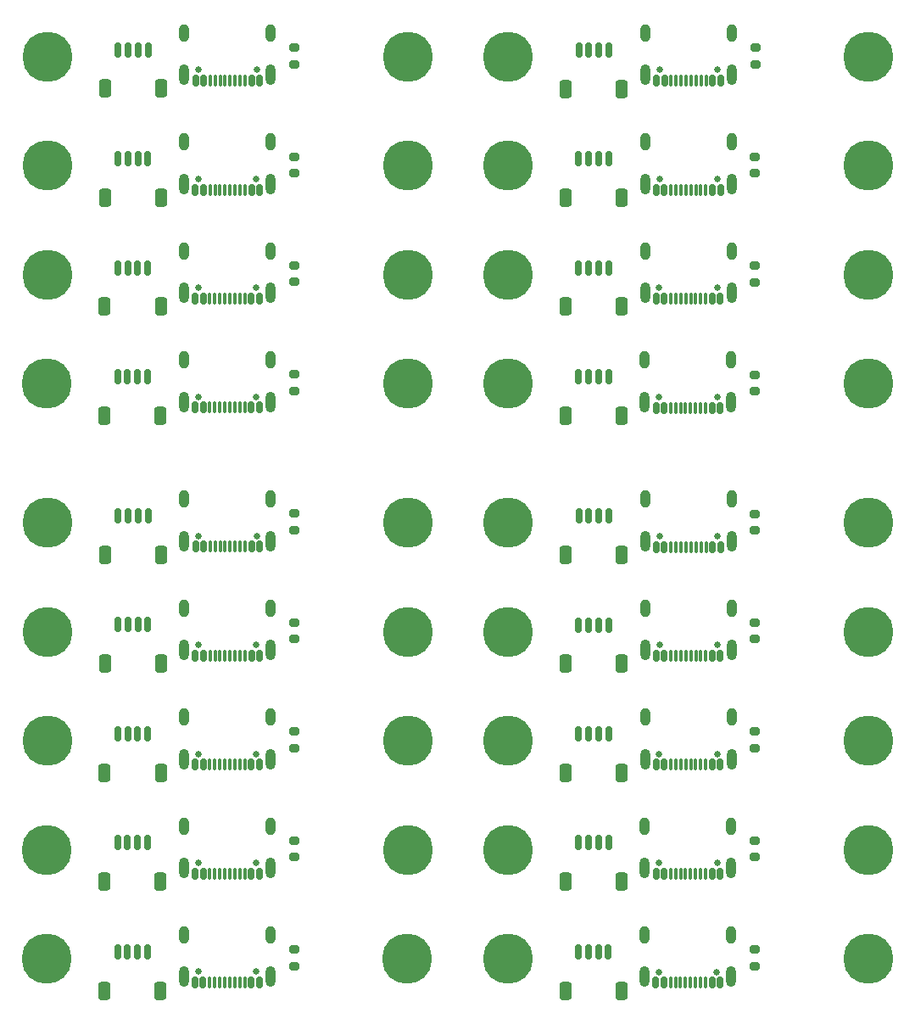
<source format=gbr>
%TF.GenerationSoftware,KiCad,Pcbnew,8.99.0-1678-gcd3e85b0b3*%
%TF.CreationDate,2024-07-13T23:24:54+07:00*%
%TF.ProjectId,dtb,6474622e-6b69-4636-9164-5f7063625858,rev?*%
%TF.SameCoordinates,Original*%
%TF.FileFunction,Soldermask,Top*%
%TF.FilePolarity,Negative*%
%FSLAX46Y46*%
G04 Gerber Fmt 4.6, Leading zero omitted, Abs format (unit mm)*
G04 Created by KiCad (PCBNEW 8.99.0-1678-gcd3e85b0b3) date 2024-07-13 23:24:54*
%MOMM*%
%LPD*%
G01*
G04 APERTURE LIST*
G04 Aperture macros list*
%AMRoundRect*
0 Rectangle with rounded corners*
0 $1 Rounding radius*
0 $2 $3 $4 $5 $6 $7 $8 $9 X,Y pos of 4 corners*
0 Add a 4 corners polygon primitive as box body*
4,1,4,$2,$3,$4,$5,$6,$7,$8,$9,$2,$3,0*
0 Add four circle primitives for the rounded corners*
1,1,$1+$1,$2,$3*
1,1,$1+$1,$4,$5*
1,1,$1+$1,$6,$7*
1,1,$1+$1,$8,$9*
0 Add four rect primitives between the rounded corners*
20,1,$1+$1,$2,$3,$4,$5,0*
20,1,$1+$1,$4,$5,$6,$7,0*
20,1,$1+$1,$6,$7,$8,$9,0*
20,1,$1+$1,$8,$9,$2,$3,0*%
G04 Aperture macros list end*
%ADD10RoundRect,0.150000X-0.150000X-0.625000X0.150000X-0.625000X0.150000X0.625000X-0.150000X0.625000X0*%
%ADD11RoundRect,0.250000X-0.350000X-0.650000X0.350000X-0.650000X0.350000X0.650000X-0.350000X0.650000X0*%
%ADD12RoundRect,0.200000X0.275000X-0.200000X0.275000X0.200000X-0.275000X0.200000X-0.275000X-0.200000X0*%
%ADD13C,0.650000*%
%ADD14RoundRect,0.150000X0.150000X0.425000X-0.150000X0.425000X-0.150000X-0.425000X0.150000X-0.425000X0*%
%ADD15RoundRect,0.075000X0.075000X0.500000X-0.075000X0.500000X-0.075000X-0.500000X0.075000X-0.500000X0*%
%ADD16O,1.000000X2.100000*%
%ADD17O,1.000000X1.800000*%
%ADD18C,5.000000*%
G04 APERTURE END LIST*
D10*
%TO.C,J2*%
X237225453Y-129159266D03*
X238225453Y-129159266D03*
X239225453Y-129159266D03*
D11*
X235925453Y-133034266D03*
D10*
X240225453Y-129159266D03*
D11*
X241525453Y-133034266D03*
%TD*%
D12*
%TO.C,R1*%
X254835453Y-130594266D03*
X254835453Y-128944266D03*
%TD*%
D13*
%TO.C,J1*%
X251053655Y-142044206D03*
X245273655Y-142044206D03*
D14*
X251363655Y-143119206D03*
X250563655Y-143119206D03*
D15*
X249413655Y-143119206D03*
X248413655Y-143119206D03*
X247913655Y-143119206D03*
X246913655Y-143119206D03*
D14*
X245763655Y-143119206D03*
X244963655Y-143119206D03*
X244963655Y-143119206D03*
X245763655Y-143119206D03*
D15*
X246413655Y-143119206D03*
X247413655Y-143119206D03*
X248913655Y-143119206D03*
X249913655Y-143119206D03*
D14*
X250563655Y-143119206D03*
X251363655Y-143119206D03*
D16*
X252483655Y-142544206D03*
D17*
X252483655Y-138364206D03*
D16*
X243843655Y-142544206D03*
D17*
X243843655Y-138364206D03*
%TD*%
D10*
%TO.C,J2*%
X237213655Y-140034206D03*
X238213655Y-140034206D03*
X239213655Y-140034206D03*
D11*
X235913655Y-143909206D03*
D10*
X240213655Y-140034206D03*
D11*
X241513655Y-143909206D03*
%TD*%
D18*
%TO.C,*%
X266163107Y-140733713D03*
%TD*%
%TO.C,*%
X266174905Y-129858773D03*
%TD*%
%TO.C,H1*%
X230163107Y-140733713D03*
%TD*%
%TO.C,H1*%
X230174905Y-129858773D03*
%TD*%
D12*
%TO.C,R1*%
X254823655Y-141469206D03*
X254823655Y-139819206D03*
%TD*%
D13*
%TO.C,J1*%
X251065453Y-131169266D03*
X245285453Y-131169266D03*
D14*
X251375453Y-132244266D03*
X250575453Y-132244266D03*
D15*
X249425453Y-132244266D03*
X248425453Y-132244266D03*
X247925453Y-132244266D03*
X246925453Y-132244266D03*
D14*
X245775453Y-132244266D03*
X244975453Y-132244266D03*
X244975453Y-132244266D03*
X245775453Y-132244266D03*
D15*
X246425453Y-132244266D03*
X247425453Y-132244266D03*
X248925453Y-132244266D03*
X249925453Y-132244266D03*
D14*
X250575453Y-132244266D03*
X251375453Y-132244266D03*
D16*
X252495453Y-131669266D03*
D17*
X252495453Y-127489266D03*
D16*
X243855453Y-131669266D03*
D17*
X243855453Y-127489266D03*
%TD*%
D18*
%TO.C,*%
X266164606Y-94224820D03*
%TD*%
%TO.C,H1*%
X230164606Y-94224820D03*
%TD*%
D12*
%TO.C,R1*%
X254825154Y-94960313D03*
X254825154Y-93310313D03*
%TD*%
D13*
%TO.C,J1*%
X251055154Y-95535313D03*
X245275154Y-95535313D03*
D14*
X251365154Y-96610313D03*
X250565154Y-96610313D03*
D15*
X249415154Y-96610313D03*
X248415154Y-96610313D03*
X247915154Y-96610313D03*
X246915154Y-96610313D03*
D14*
X245765154Y-96610313D03*
X244965154Y-96610313D03*
X244965154Y-96610313D03*
X245765154Y-96610313D03*
D15*
X246415154Y-96610313D03*
X247415154Y-96610313D03*
X248915154Y-96610313D03*
X249915154Y-96610313D03*
D14*
X250565154Y-96610313D03*
X251365154Y-96610313D03*
D16*
X252485154Y-96035313D03*
D17*
X252485154Y-91855313D03*
D16*
X243845154Y-96035313D03*
D17*
X243845154Y-91855313D03*
%TD*%
D10*
%TO.C,J2*%
X237215154Y-93525313D03*
X238215154Y-93525313D03*
X239215154Y-93525313D03*
D11*
X235915154Y-97400313D03*
D10*
X240215154Y-93525313D03*
D11*
X241515154Y-97400313D03*
%TD*%
D18*
%TO.C,*%
X266176404Y-83349880D03*
%TD*%
D13*
%TO.C,J1*%
X251066952Y-84660373D03*
X245286952Y-84660373D03*
D14*
X251376952Y-85735373D03*
X250576952Y-85735373D03*
D15*
X249426952Y-85735373D03*
X248426952Y-85735373D03*
X247926952Y-85735373D03*
X246926952Y-85735373D03*
D14*
X245776952Y-85735373D03*
X244976952Y-85735373D03*
X244976952Y-85735373D03*
X245776952Y-85735373D03*
D15*
X246426952Y-85735373D03*
X247426952Y-85735373D03*
X248926952Y-85735373D03*
X249926952Y-85735373D03*
D14*
X250576952Y-85735373D03*
X251376952Y-85735373D03*
D16*
X252496952Y-85160373D03*
D17*
X252496952Y-80980373D03*
D16*
X243856952Y-85160373D03*
D17*
X243856952Y-80980373D03*
%TD*%
D18*
%TO.C,H1*%
X230176404Y-83349880D03*
%TD*%
D10*
%TO.C,J2*%
X237226952Y-82650373D03*
X238226952Y-82650373D03*
X239226952Y-82650373D03*
D11*
X235926952Y-86525373D03*
D10*
X240226952Y-82650373D03*
D11*
X241526952Y-86525373D03*
%TD*%
D12*
%TO.C,R1*%
X254836952Y-84085373D03*
X254836952Y-82435373D03*
%TD*%
%TO.C,R1*%
X254848750Y-73210433D03*
X254848750Y-71560433D03*
%TD*%
D18*
%TO.C,*%
X266188202Y-72474940D03*
%TD*%
D13*
%TO.C,J1*%
X251078750Y-73785433D03*
X245298750Y-73785433D03*
D14*
X251388750Y-74860433D03*
X250588750Y-74860433D03*
D15*
X249438750Y-74860433D03*
X248438750Y-74860433D03*
X247938750Y-74860433D03*
X246938750Y-74860433D03*
D14*
X245788750Y-74860433D03*
X244988750Y-74860433D03*
X244988750Y-74860433D03*
X245788750Y-74860433D03*
D15*
X246438750Y-74860433D03*
X247438750Y-74860433D03*
X248938750Y-74860433D03*
X249938750Y-74860433D03*
D14*
X250588750Y-74860433D03*
X251388750Y-74860433D03*
D16*
X252508750Y-74285433D03*
D17*
X252508750Y-70105433D03*
D16*
X243868750Y-74285433D03*
D17*
X243868750Y-70105433D03*
%TD*%
D18*
%TO.C,H1*%
X230188202Y-72474940D03*
%TD*%
D10*
%TO.C,J2*%
X237238750Y-71775433D03*
X238238750Y-71775433D03*
X239238750Y-71775433D03*
D11*
X235938750Y-75650433D03*
D10*
X240238750Y-71775433D03*
D11*
X241538750Y-75650433D03*
%TD*%
D18*
%TO.C,*%
X266200000Y-61600000D03*
%TD*%
D12*
%TO.C,R1*%
X254860548Y-62335493D03*
X254860548Y-60685493D03*
%TD*%
D13*
%TO.C,J1*%
X251090548Y-62910493D03*
X245310548Y-62910493D03*
D14*
X251400548Y-63985493D03*
X250600548Y-63985493D03*
D15*
X249450548Y-63985493D03*
X248450548Y-63985493D03*
X247950548Y-63985493D03*
X246950548Y-63985493D03*
D14*
X245800548Y-63985493D03*
X245000548Y-63985493D03*
X245000548Y-63985493D03*
X245800548Y-63985493D03*
D15*
X246450548Y-63985493D03*
X247450548Y-63985493D03*
X248950548Y-63985493D03*
X249950548Y-63985493D03*
D14*
X250600548Y-63985493D03*
X251400548Y-63985493D03*
D16*
X252520548Y-63410493D03*
D17*
X252520548Y-59230493D03*
D16*
X243880548Y-63410493D03*
D17*
X243880548Y-59230493D03*
%TD*%
D10*
%TO.C,J2*%
X237250548Y-60900493D03*
X238250548Y-60900493D03*
X239250548Y-60900493D03*
D11*
X235950548Y-64775493D03*
D10*
X240250548Y-60900493D03*
D11*
X241550548Y-64775493D03*
%TD*%
D18*
%TO.C,H1*%
X230200000Y-61600000D03*
%TD*%
D10*
%TO.C,J2*%
X237237251Y-118284326D03*
X238237251Y-118284326D03*
X239237251Y-118284326D03*
D11*
X235937251Y-122159326D03*
D10*
X240237251Y-118284326D03*
D11*
X241537251Y-122159326D03*
%TD*%
D12*
%TO.C,R1*%
X254847251Y-119719326D03*
X254847251Y-118069326D03*
%TD*%
D13*
%TO.C,J1*%
X251077251Y-120294326D03*
X245297251Y-120294326D03*
D14*
X251387251Y-121369326D03*
X250587251Y-121369326D03*
D15*
X249437251Y-121369326D03*
X248437251Y-121369326D03*
X247937251Y-121369326D03*
X246937251Y-121369326D03*
D14*
X245787251Y-121369326D03*
X244987251Y-121369326D03*
X244987251Y-121369326D03*
X245787251Y-121369326D03*
D15*
X246437251Y-121369326D03*
X247437251Y-121369326D03*
X248937251Y-121369326D03*
X249937251Y-121369326D03*
D14*
X250587251Y-121369326D03*
X251387251Y-121369326D03*
D16*
X252507251Y-120794326D03*
D17*
X252507251Y-116614326D03*
D16*
X243867251Y-120794326D03*
D17*
X243867251Y-116614326D03*
%TD*%
D18*
%TO.C,*%
X266186703Y-118983833D03*
%TD*%
%TO.C,H1*%
X230186703Y-118983833D03*
%TD*%
%TO.C,*%
X266198501Y-108108893D03*
%TD*%
D13*
%TO.C,J1*%
X251089049Y-109419386D03*
X245309049Y-109419386D03*
D14*
X251399049Y-110494386D03*
X250599049Y-110494386D03*
D15*
X249449049Y-110494386D03*
X248449049Y-110494386D03*
X247949049Y-110494386D03*
X246949049Y-110494386D03*
D14*
X245799049Y-110494386D03*
X244999049Y-110494386D03*
X244999049Y-110494386D03*
X245799049Y-110494386D03*
D15*
X246449049Y-110494386D03*
X247449049Y-110494386D03*
X248949049Y-110494386D03*
X249949049Y-110494386D03*
D14*
X250599049Y-110494386D03*
X251399049Y-110494386D03*
D16*
X252519049Y-109919386D03*
D17*
X252519049Y-105739386D03*
D16*
X243879049Y-109919386D03*
D17*
X243879049Y-105739386D03*
%TD*%
D12*
%TO.C,R1*%
X254859049Y-108844386D03*
X254859049Y-107194386D03*
%TD*%
D18*
%TO.C,H1*%
X230198501Y-108108893D03*
%TD*%
D10*
%TO.C,J2*%
X237249049Y-107409386D03*
X238249049Y-107409386D03*
X239249049Y-107409386D03*
D11*
X235949049Y-111284386D03*
D10*
X240249049Y-107409386D03*
D11*
X241549049Y-111284386D03*
%TD*%
D10*
%TO.C,J2*%
X237201857Y-150909146D03*
X238201857Y-150909146D03*
X239201857Y-150909146D03*
D11*
X235901857Y-154784146D03*
D10*
X240201857Y-150909146D03*
D11*
X241501857Y-154784146D03*
%TD*%
D13*
%TO.C,J1*%
X251041857Y-152919146D03*
X245261857Y-152919146D03*
D14*
X251351857Y-153994146D03*
X250551857Y-153994146D03*
D15*
X249401857Y-153994146D03*
X248401857Y-153994146D03*
X247901857Y-153994146D03*
X246901857Y-153994146D03*
D14*
X245751857Y-153994146D03*
X244951857Y-153994146D03*
X244951857Y-153994146D03*
X245751857Y-153994146D03*
D15*
X246401857Y-153994146D03*
X247401857Y-153994146D03*
X248901857Y-153994146D03*
X249901857Y-153994146D03*
D14*
X250551857Y-153994146D03*
X251351857Y-153994146D03*
D16*
X252471857Y-153419146D03*
D17*
X252471857Y-149239146D03*
D16*
X243831857Y-153419146D03*
D17*
X243831857Y-149239146D03*
%TD*%
D12*
%TO.C,R1*%
X254811857Y-152344146D03*
X254811857Y-150694146D03*
%TD*%
D18*
%TO.C,H1*%
X230151309Y-151608653D03*
%TD*%
%TO.C,*%
X266151309Y-151608653D03*
%TD*%
%TO.C,*%
X220141010Y-151600157D03*
%TD*%
D12*
%TO.C,R1*%
X208801558Y-152335650D03*
X208801558Y-150685650D03*
%TD*%
D18*
%TO.C,H1*%
X184141010Y-151600157D03*
%TD*%
D10*
%TO.C,J2*%
X191191558Y-150900650D03*
X192191558Y-150900650D03*
X193191558Y-150900650D03*
D11*
X189891558Y-154775650D03*
D10*
X194191558Y-150900650D03*
D11*
X195491558Y-154775650D03*
%TD*%
D13*
%TO.C,J1*%
X205031558Y-152910650D03*
X199251558Y-152910650D03*
D14*
X205341558Y-153985650D03*
X204541558Y-153985650D03*
D15*
X203391558Y-153985650D03*
X202391558Y-153985650D03*
X201891558Y-153985650D03*
X200891558Y-153985650D03*
D14*
X199741558Y-153985650D03*
X198941558Y-153985650D03*
X198941558Y-153985650D03*
X199741558Y-153985650D03*
D15*
X200391558Y-153985650D03*
X201391558Y-153985650D03*
X202891558Y-153985650D03*
X203891558Y-153985650D03*
D14*
X204541558Y-153985650D03*
X205341558Y-153985650D03*
D16*
X206461558Y-153410650D03*
D17*
X206461558Y-149230650D03*
D16*
X197821558Y-153410650D03*
D17*
X197821558Y-149230650D03*
%TD*%
D18*
%TO.C,*%
X220152808Y-140725217D03*
%TD*%
D12*
%TO.C,R1*%
X208813356Y-141460710D03*
X208813356Y-139810710D03*
%TD*%
D18*
%TO.C,H1*%
X184152808Y-140725217D03*
%TD*%
D10*
%TO.C,J2*%
X191203356Y-140025710D03*
X192203356Y-140025710D03*
X193203356Y-140025710D03*
D11*
X189903356Y-143900710D03*
D10*
X194203356Y-140025710D03*
D11*
X195503356Y-143900710D03*
%TD*%
D13*
%TO.C,J1*%
X205043356Y-142035710D03*
X199263356Y-142035710D03*
D14*
X205353356Y-143110710D03*
X204553356Y-143110710D03*
D15*
X203403356Y-143110710D03*
X202403356Y-143110710D03*
X201903356Y-143110710D03*
X200903356Y-143110710D03*
D14*
X199753356Y-143110710D03*
X198953356Y-143110710D03*
X198953356Y-143110710D03*
X199753356Y-143110710D03*
D15*
X200403356Y-143110710D03*
X201403356Y-143110710D03*
X202903356Y-143110710D03*
X203903356Y-143110710D03*
D14*
X204553356Y-143110710D03*
X205353356Y-143110710D03*
D16*
X206473356Y-142535710D03*
D17*
X206473356Y-138355710D03*
D16*
X197833356Y-142535710D03*
D17*
X197833356Y-138355710D03*
%TD*%
D18*
%TO.C,*%
X220164606Y-129850277D03*
%TD*%
D12*
%TO.C,R1*%
X208825154Y-130585770D03*
X208825154Y-128935770D03*
%TD*%
D18*
%TO.C,H1*%
X184164606Y-129850277D03*
%TD*%
D10*
%TO.C,J2*%
X191215154Y-129150770D03*
X192215154Y-129150770D03*
X193215154Y-129150770D03*
D11*
X189915154Y-133025770D03*
D10*
X194215154Y-129150770D03*
D11*
X195515154Y-133025770D03*
%TD*%
D13*
%TO.C,J1*%
X205055154Y-131160770D03*
X199275154Y-131160770D03*
D14*
X205365154Y-132235770D03*
X204565154Y-132235770D03*
D15*
X203415154Y-132235770D03*
X202415154Y-132235770D03*
X201915154Y-132235770D03*
X200915154Y-132235770D03*
D14*
X199765154Y-132235770D03*
X198965154Y-132235770D03*
X198965154Y-132235770D03*
X199765154Y-132235770D03*
D15*
X200415154Y-132235770D03*
X201415154Y-132235770D03*
X202915154Y-132235770D03*
X203915154Y-132235770D03*
D14*
X204565154Y-132235770D03*
X205365154Y-132235770D03*
D16*
X206485154Y-131660770D03*
D17*
X206485154Y-127480770D03*
D16*
X197845154Y-131660770D03*
D17*
X197845154Y-127480770D03*
%TD*%
D18*
%TO.C,*%
X220176404Y-118975337D03*
%TD*%
D12*
%TO.C,R1*%
X208836952Y-119710830D03*
X208836952Y-118060830D03*
%TD*%
D18*
%TO.C,H1*%
X184176404Y-118975337D03*
%TD*%
D10*
%TO.C,J2*%
X191226952Y-118275830D03*
X192226952Y-118275830D03*
X193226952Y-118275830D03*
D11*
X189926952Y-122150830D03*
D10*
X194226952Y-118275830D03*
D11*
X195526952Y-122150830D03*
%TD*%
D13*
%TO.C,J1*%
X205066952Y-120285830D03*
X199286952Y-120285830D03*
D14*
X205376952Y-121360830D03*
X204576952Y-121360830D03*
D15*
X203426952Y-121360830D03*
X202426952Y-121360830D03*
X201926952Y-121360830D03*
X200926952Y-121360830D03*
D14*
X199776952Y-121360830D03*
X198976952Y-121360830D03*
X198976952Y-121360830D03*
X199776952Y-121360830D03*
D15*
X200426952Y-121360830D03*
X201426952Y-121360830D03*
X202926952Y-121360830D03*
X203926952Y-121360830D03*
D14*
X204576952Y-121360830D03*
X205376952Y-121360830D03*
D16*
X206496952Y-120785830D03*
D17*
X206496952Y-116605830D03*
D16*
X197856952Y-120785830D03*
D17*
X197856952Y-116605830D03*
%TD*%
D10*
%TO.C,J2*%
X191238750Y-107400890D03*
X192238750Y-107400890D03*
X193238750Y-107400890D03*
D11*
X189938750Y-111275890D03*
D10*
X194238750Y-107400890D03*
D11*
X195538750Y-111275890D03*
%TD*%
D18*
%TO.C,H1*%
X184188202Y-108100397D03*
%TD*%
D12*
%TO.C,R1*%
X208848750Y-108835890D03*
X208848750Y-107185890D03*
%TD*%
D13*
%TO.C,J1*%
X205078750Y-109410890D03*
X199298750Y-109410890D03*
D14*
X205388750Y-110485890D03*
X204588750Y-110485890D03*
D15*
X203438750Y-110485890D03*
X202438750Y-110485890D03*
X201938750Y-110485890D03*
X200938750Y-110485890D03*
D14*
X199788750Y-110485890D03*
X198988750Y-110485890D03*
X198988750Y-110485890D03*
X199788750Y-110485890D03*
D15*
X200438750Y-110485890D03*
X201438750Y-110485890D03*
X202938750Y-110485890D03*
X203938750Y-110485890D03*
D14*
X204588750Y-110485890D03*
X205388750Y-110485890D03*
D16*
X206508750Y-109910890D03*
D17*
X206508750Y-105730890D03*
D16*
X197868750Y-109910890D03*
D17*
X197868750Y-105730890D03*
%TD*%
D18*
%TO.C,*%
X220188202Y-108100397D03*
%TD*%
D12*
%TO.C,R1*%
X208814855Y-94951817D03*
X208814855Y-93301817D03*
%TD*%
D18*
%TO.C,*%
X220154307Y-94216324D03*
%TD*%
D13*
%TO.C,J1*%
X205044855Y-95526817D03*
X199264855Y-95526817D03*
D14*
X205354855Y-96601817D03*
X204554855Y-96601817D03*
D15*
X203404855Y-96601817D03*
X202404855Y-96601817D03*
X201904855Y-96601817D03*
X200904855Y-96601817D03*
D14*
X199754855Y-96601817D03*
X198954855Y-96601817D03*
X198954855Y-96601817D03*
X199754855Y-96601817D03*
D15*
X200404855Y-96601817D03*
X201404855Y-96601817D03*
X202904855Y-96601817D03*
X203904855Y-96601817D03*
D14*
X204554855Y-96601817D03*
X205354855Y-96601817D03*
D16*
X206474855Y-96026817D03*
D17*
X206474855Y-91846817D03*
D16*
X197834855Y-96026817D03*
D17*
X197834855Y-91846817D03*
%TD*%
D18*
%TO.C,H1*%
X184154307Y-94216324D03*
%TD*%
D10*
%TO.C,J2*%
X191204855Y-93516817D03*
X192204855Y-93516817D03*
X193204855Y-93516817D03*
D11*
X189904855Y-97391817D03*
D10*
X194204855Y-93516817D03*
D11*
X195504855Y-97391817D03*
%TD*%
D12*
%TO.C,R1*%
X208826653Y-84076877D03*
X208826653Y-82426877D03*
%TD*%
D18*
%TO.C,*%
X220166105Y-83341384D03*
%TD*%
D13*
%TO.C,J1*%
X205056653Y-84651877D03*
X199276653Y-84651877D03*
D14*
X205366653Y-85726877D03*
X204566653Y-85726877D03*
D15*
X203416653Y-85726877D03*
X202416653Y-85726877D03*
X201916653Y-85726877D03*
X200916653Y-85726877D03*
D14*
X199766653Y-85726877D03*
X198966653Y-85726877D03*
X198966653Y-85726877D03*
X199766653Y-85726877D03*
D15*
X200416653Y-85726877D03*
X201416653Y-85726877D03*
X202916653Y-85726877D03*
X203916653Y-85726877D03*
D14*
X204566653Y-85726877D03*
X205366653Y-85726877D03*
D16*
X206486653Y-85151877D03*
D17*
X206486653Y-80971877D03*
D16*
X197846653Y-85151877D03*
D17*
X197846653Y-80971877D03*
%TD*%
D18*
%TO.C,H1*%
X184166105Y-83341384D03*
%TD*%
D10*
%TO.C,J2*%
X191216653Y-82641877D03*
X192216653Y-82641877D03*
X193216653Y-82641877D03*
D11*
X189916653Y-86516877D03*
D10*
X194216653Y-82641877D03*
D11*
X195516653Y-86516877D03*
%TD*%
D18*
%TO.C,H1*%
X184189701Y-61591504D03*
%TD*%
D11*
%TO.C,J2*%
X195540249Y-64766997D03*
X189940249Y-64766997D03*
D10*
X194240249Y-60891997D03*
X193240249Y-60891997D03*
X192240249Y-60891997D03*
X191240249Y-60891997D03*
%TD*%
D13*
%TO.C,J1*%
X205080249Y-62901997D03*
X199300249Y-62901997D03*
D14*
X205390249Y-63976997D03*
X204590249Y-63976997D03*
D15*
X203440249Y-63976997D03*
X202440249Y-63976997D03*
X201940249Y-63976997D03*
X200940249Y-63976997D03*
D14*
X199790249Y-63976997D03*
X198990249Y-63976997D03*
X198990249Y-63976997D03*
X199790249Y-63976997D03*
D15*
X200440249Y-63976997D03*
X201440249Y-63976997D03*
X202940249Y-63976997D03*
X203940249Y-63976997D03*
D14*
X204590249Y-63976997D03*
X205390249Y-63976997D03*
D16*
X206510249Y-63401997D03*
D17*
X206510249Y-59221997D03*
D16*
X197870249Y-63401997D03*
D17*
X197870249Y-59221997D03*
%TD*%
D12*
%TO.C,R1*%
X208850249Y-60676997D03*
X208850249Y-62326997D03*
%TD*%
D18*
%TO.C,*%
X220189701Y-61591504D03*
%TD*%
D11*
%TO.C,J2*%
X195528451Y-75641937D03*
D10*
X194228451Y-71766937D03*
D11*
X189928451Y-75641937D03*
D10*
X193228451Y-71766937D03*
X192228451Y-71766937D03*
X191228451Y-71766937D03*
%TD*%
D18*
%TO.C,H1*%
X184177903Y-72466444D03*
%TD*%
D17*
%TO.C,J1*%
X197858451Y-70096937D03*
D16*
X197858451Y-74276937D03*
D17*
X206498451Y-70096937D03*
D16*
X206498451Y-74276937D03*
D14*
X205378451Y-74851937D03*
X204578451Y-74851937D03*
D15*
X203928451Y-74851937D03*
X202928451Y-74851937D03*
X201428451Y-74851937D03*
X200428451Y-74851937D03*
D14*
X199778451Y-74851937D03*
X198978451Y-74851937D03*
X198978451Y-74851937D03*
X199778451Y-74851937D03*
D15*
X200928451Y-74851937D03*
X201928451Y-74851937D03*
X202428451Y-74851937D03*
X203428451Y-74851937D03*
D14*
X204578451Y-74851937D03*
X205378451Y-74851937D03*
D13*
X199288451Y-73776937D03*
X205068451Y-73776937D03*
%TD*%
D18*
%TO.C,*%
X220177903Y-72466444D03*
%TD*%
D12*
%TO.C,R1*%
X208838451Y-71551937D03*
X208838451Y-73201937D03*
%TD*%
M02*

</source>
